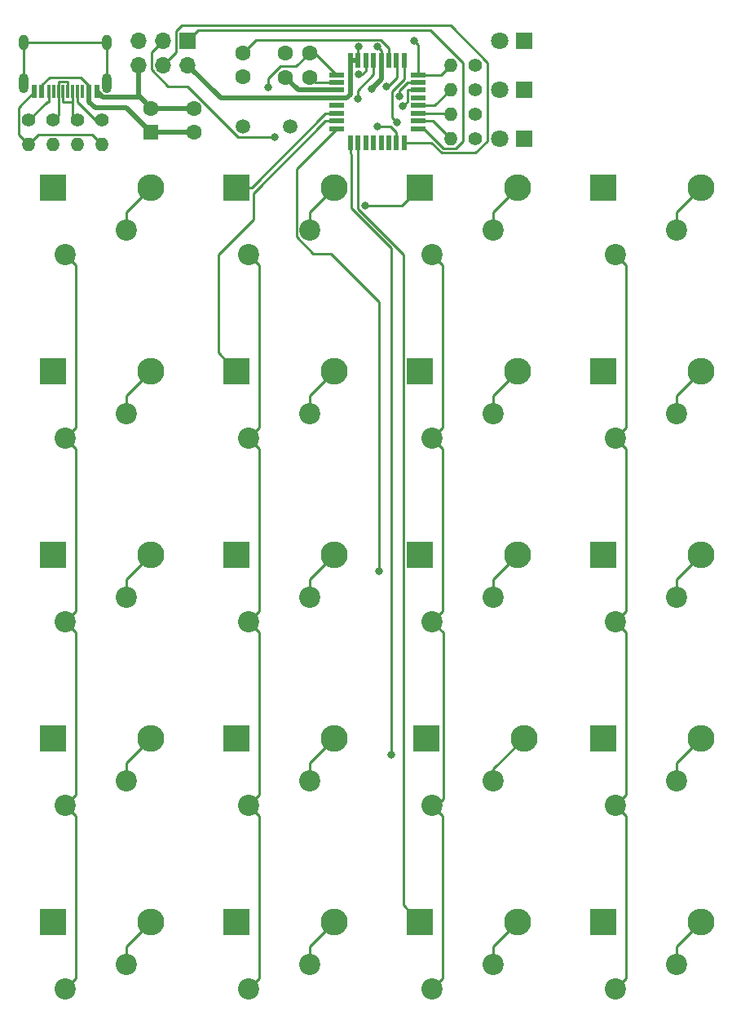
<source format=gtl>
G04 #@! TF.GenerationSoftware,KiCad,Pcbnew,(5.1.10)-1*
G04 #@! TF.CreationDate,2021-12-06T16:20:35+09:00*
G04 #@! TF.ProjectId,20keypad,32306b65-7970-4616-942e-6b696361645f,rev?*
G04 #@! TF.SameCoordinates,Original*
G04 #@! TF.FileFunction,Copper,L1,Top*
G04 #@! TF.FilePolarity,Positive*
%FSLAX46Y46*%
G04 Gerber Fmt 4.6, Leading zero omitted, Abs format (unit mm)*
G04 Created by KiCad (PCBNEW (5.1.10)-1) date 2021-12-06 16:20:35*
%MOMM*%
%LPD*%
G01*
G04 APERTURE LIST*
G04 #@! TA.AperFunction,ComponentPad*
%ADD10C,1.800000*%
G04 #@! TD*
G04 #@! TA.AperFunction,ComponentPad*
%ADD11R,1.800000X1.800000*%
G04 #@! TD*
G04 #@! TA.AperFunction,ComponentPad*
%ADD12O,1.400000X1.400000*%
G04 #@! TD*
G04 #@! TA.AperFunction,ComponentPad*
%ADD13C,1.400000*%
G04 #@! TD*
G04 #@! TA.AperFunction,ComponentPad*
%ADD14C,2.200000*%
G04 #@! TD*
G04 #@! TA.AperFunction,ComponentPad*
%ADD15O,2.800000X2.800000*%
G04 #@! TD*
G04 #@! TA.AperFunction,ComponentPad*
%ADD16R,2.800000X2.800000*%
G04 #@! TD*
G04 #@! TA.AperFunction,ComponentPad*
%ADD17C,1.600000*%
G04 #@! TD*
G04 #@! TA.AperFunction,ComponentPad*
%ADD18R,1.600000X1.600000*%
G04 #@! TD*
G04 #@! TA.AperFunction,SMDPad,CuDef*
%ADD19R,0.600000X1.450000*%
G04 #@! TD*
G04 #@! TA.AperFunction,SMDPad,CuDef*
%ADD20R,0.300000X1.450000*%
G04 #@! TD*
G04 #@! TA.AperFunction,ComponentPad*
%ADD21O,1.000000X2.100000*%
G04 #@! TD*
G04 #@! TA.AperFunction,ComponentPad*
%ADD22O,1.000000X1.600000*%
G04 #@! TD*
G04 #@! TA.AperFunction,ComponentPad*
%ADD23C,1.500000*%
G04 #@! TD*
G04 #@! TA.AperFunction,SMDPad,CuDef*
%ADD24R,0.550000X1.600000*%
G04 #@! TD*
G04 #@! TA.AperFunction,SMDPad,CuDef*
%ADD25R,1.600000X0.550000*%
G04 #@! TD*
G04 #@! TA.AperFunction,ComponentPad*
%ADD26O,1.700000X1.700000*%
G04 #@! TD*
G04 #@! TA.AperFunction,ComponentPad*
%ADD27R,1.700000X1.700000*%
G04 #@! TD*
G04 #@! TA.AperFunction,ViaPad*
%ADD28C,0.800000*%
G04 #@! TD*
G04 #@! TA.AperFunction,Conductor*
%ADD29C,0.500000*%
G04 #@! TD*
G04 #@! TA.AperFunction,Conductor*
%ADD30C,0.250000*%
G04 #@! TD*
G04 APERTURE END LIST*
D10*
X76200000Y-35560000D03*
D11*
X78740000Y-35560000D03*
D10*
X76200000Y-40640000D03*
D11*
X78740000Y-40640000D03*
D10*
X76200000Y-45720000D03*
D11*
X78740000Y-45720000D03*
D12*
X71120000Y-40640000D03*
D13*
X73660000Y-40640000D03*
D12*
X71120000Y-43180000D03*
D13*
X73660000Y-43180000D03*
D12*
X71120000Y-45720000D03*
D13*
X73660000Y-45720000D03*
D14*
X31115000Y-133985000D03*
X37465000Y-131445000D03*
X50165000Y-133985000D03*
X56515000Y-131445000D03*
X69215000Y-133985000D03*
X75565000Y-131445000D03*
X88265000Y-133985000D03*
X94615000Y-131445000D03*
X31115000Y-114935000D03*
X37465000Y-112395000D03*
X50165000Y-114935000D03*
X56515000Y-112395000D03*
X69215000Y-114935000D03*
X75565000Y-112395000D03*
X88265000Y-114935000D03*
X94615000Y-112395000D03*
X31115000Y-95885000D03*
X37465000Y-93345000D03*
X50165000Y-95885000D03*
X56515000Y-93345000D03*
X69215000Y-95885000D03*
X75565000Y-93345000D03*
X88265000Y-95885000D03*
X94615000Y-93345000D03*
X31115000Y-76835000D03*
X37465000Y-74295000D03*
X50165000Y-76835000D03*
X56515000Y-74295000D03*
X69215000Y-76835000D03*
X75565000Y-74295000D03*
X88265000Y-76835000D03*
X94615000Y-74295000D03*
X31115000Y-57785000D03*
X37465000Y-55245000D03*
X50165000Y-57785000D03*
X56515000Y-55245000D03*
X69215000Y-57785000D03*
X75565000Y-55245000D03*
X88265000Y-57785000D03*
X94615000Y-55245000D03*
D15*
X40005000Y-127000000D03*
D16*
X29845000Y-127000000D03*
D15*
X59055000Y-127000000D03*
D16*
X48895000Y-127000000D03*
D15*
X78105000Y-127000000D03*
D16*
X67945000Y-127000000D03*
D15*
X97155000Y-127000000D03*
D16*
X86995000Y-127000000D03*
D15*
X40005000Y-107950000D03*
D16*
X29845000Y-107950000D03*
D15*
X59055000Y-107950000D03*
D16*
X48895000Y-107950000D03*
D15*
X78740000Y-107950000D03*
D16*
X68580000Y-107950000D03*
D15*
X97155000Y-107950000D03*
D16*
X86995000Y-107950000D03*
D15*
X40005000Y-88900000D03*
D16*
X29845000Y-88900000D03*
D15*
X59055000Y-88900000D03*
D16*
X48895000Y-88900000D03*
D15*
X78105000Y-88900000D03*
D16*
X67945000Y-88900000D03*
D15*
X97155000Y-88900000D03*
D16*
X86995000Y-88900000D03*
D15*
X40005000Y-69850000D03*
D16*
X29845000Y-69850000D03*
D15*
X59055000Y-69850000D03*
D16*
X48895000Y-69850000D03*
D15*
X78105000Y-69850000D03*
D16*
X67945000Y-69850000D03*
D15*
X97155000Y-69850000D03*
D16*
X86995000Y-69850000D03*
D15*
X40005000Y-50800000D03*
D16*
X29845000Y-50800000D03*
D15*
X59055000Y-50800000D03*
D16*
X48895000Y-50800000D03*
D15*
X78105000Y-50800000D03*
D16*
X67945000Y-50800000D03*
D15*
X97155000Y-50800000D03*
D16*
X86995000Y-50800000D03*
D17*
X44450000Y-42585000D03*
X44450000Y-45085000D03*
X40005000Y-42585000D03*
D18*
X40005000Y-45085000D03*
D19*
X27865000Y-40875000D03*
X28665000Y-40875000D03*
X33565000Y-40875000D03*
X34365000Y-40875000D03*
X34365000Y-40875000D03*
X33565000Y-40875000D03*
X28665000Y-40875000D03*
X27865000Y-40875000D03*
D20*
X32865000Y-40875000D03*
X32365000Y-40875000D03*
X31865000Y-40875000D03*
X30865000Y-40875000D03*
X30365000Y-40875000D03*
X29865000Y-40875000D03*
X29365000Y-40875000D03*
X31365000Y-40875000D03*
D21*
X26795000Y-39960000D03*
X35435000Y-39960000D03*
D22*
X35435000Y-35780000D03*
X26795000Y-35780000D03*
D23*
X54410000Y-44450000D03*
X49530000Y-44450000D03*
D24*
X60700000Y-37660000D03*
X61500000Y-37660000D03*
X62300000Y-37660000D03*
X63100000Y-37660000D03*
X63900000Y-37660000D03*
X64700000Y-37660000D03*
X65500000Y-37660000D03*
X66300000Y-37660000D03*
D25*
X67750000Y-39110000D03*
X67750000Y-39910000D03*
X67750000Y-40710000D03*
X67750000Y-41510000D03*
X67750000Y-42310000D03*
X67750000Y-43110000D03*
X67750000Y-43910000D03*
X67750000Y-44710000D03*
D24*
X66300000Y-46160000D03*
X65500000Y-46160000D03*
X64700000Y-46160000D03*
X63900000Y-46160000D03*
X63100000Y-46160000D03*
X62300000Y-46160000D03*
X61500000Y-46160000D03*
X60700000Y-46160000D03*
D25*
X59250000Y-44710000D03*
X59250000Y-43910000D03*
X59250000Y-43110000D03*
X59250000Y-42310000D03*
X59250000Y-41510000D03*
X59250000Y-40710000D03*
X59250000Y-39910000D03*
X59250000Y-39110000D03*
D12*
X71120000Y-38100000D03*
D13*
X73660000Y-38100000D03*
D12*
X29845000Y-46355000D03*
D13*
X29845000Y-43815000D03*
D12*
X32385000Y-46355000D03*
D13*
X32385000Y-43815000D03*
D12*
X34925000Y-46355000D03*
D13*
X34925000Y-43815000D03*
D12*
X27305000Y-46355000D03*
D13*
X27305000Y-43815000D03*
D26*
X38735000Y-38100000D03*
X38735000Y-35560000D03*
X41275000Y-38100000D03*
X41275000Y-35560000D03*
X43815000Y-38100000D03*
D27*
X43815000Y-35560000D03*
D17*
X49530000Y-39330000D03*
X49530000Y-36830000D03*
X53975000Y-39370000D03*
X56475000Y-39370000D03*
X53975000Y-36830000D03*
X56475000Y-36830000D03*
D28*
X62885000Y-40620000D03*
X63500000Y-36195000D03*
X52169200Y-40420000D03*
X61595000Y-36195000D03*
X67310000Y-35560000D03*
X52871400Y-45553600D03*
X63500000Y-44450000D03*
X61562800Y-39083200D03*
X61458300Y-41610300D03*
X64436800Y-40364300D03*
X65548400Y-44075500D03*
X65767600Y-41377900D03*
X66166000Y-42378700D03*
X64949999Y-109675001D03*
X63679700Y-90625300D03*
X62230000Y-52705000D03*
D29*
X39265000Y-41845000D02*
X40005000Y-42585000D01*
X38880000Y-41460000D02*
X39265000Y-41845000D01*
X39265000Y-41845000D02*
X40005000Y-42585000D01*
X38880000Y-41460000D02*
X39265000Y-41845000D01*
X34365000Y-40875000D02*
X34950000Y-41460000D01*
X34950000Y-41460000D02*
X38880000Y-41460000D01*
D30*
X26247000Y-44271700D02*
X26247000Y-44027000D01*
X27865000Y-40875000D02*
X26247000Y-42493000D01*
X26247000Y-42493000D02*
X26247000Y-44027000D01*
X26247000Y-44027000D02*
X26247000Y-44271700D01*
X27305000Y-46355000D02*
X26247000Y-45297000D01*
X26247000Y-45297000D02*
X26247000Y-44271700D01*
X27305000Y-46355000D02*
X28330300Y-45329700D01*
X28330300Y-45329700D02*
X33899700Y-45329700D01*
X33899700Y-45329700D02*
X34925000Y-46355000D01*
D29*
X38735000Y-38100000D02*
X38735000Y-41315000D01*
X38735000Y-41315000D02*
X38880000Y-41460000D01*
X40005000Y-42585000D02*
X39265000Y-41845000D01*
X62885000Y-40620000D02*
X63900000Y-39605000D01*
X63900000Y-39605000D02*
X63900000Y-37660000D01*
X40005000Y-42585000D02*
X44450000Y-42585000D01*
X59250000Y-40710000D02*
X55315000Y-40710000D01*
X55315000Y-40710000D02*
X53975000Y-39370000D01*
D30*
X63900000Y-37660000D02*
X63900000Y-36595000D01*
X63900000Y-36595000D02*
X63500000Y-36195000D01*
X56475000Y-36830000D02*
X55060000Y-38245000D01*
X55060000Y-38245000D02*
X53435000Y-38245000D01*
X53435000Y-38245000D02*
X52169200Y-39510800D01*
X52169200Y-39510800D02*
X52169200Y-40420000D01*
X59250000Y-39110000D02*
X56970000Y-36830000D01*
X56970000Y-36830000D02*
X56475000Y-36830000D01*
X52169300Y-40420000D02*
X52169200Y-40420000D01*
X56475000Y-39370000D02*
X56515000Y-39370000D01*
X56515000Y-39370000D02*
X57055000Y-39910000D01*
X57055000Y-39910000D02*
X59250000Y-39910000D01*
X63848001Y-35469999D02*
X64700000Y-36321998D01*
X50890001Y-35469999D02*
X63848001Y-35469999D01*
X64700000Y-36321998D02*
X64700000Y-37660000D01*
X49530000Y-36830000D02*
X50890001Y-35469999D01*
D29*
X40005000Y-45085000D02*
X37465000Y-42545000D01*
X37465000Y-42545000D02*
X34200000Y-42545000D01*
X34200000Y-42545000D02*
X33565000Y-41910000D01*
X33565000Y-41910000D02*
X33565000Y-40875000D01*
X40005000Y-45085000D02*
X44450000Y-45085000D01*
X60700000Y-37660000D02*
X61500000Y-37660000D01*
X43815000Y-38100000D02*
X47225000Y-41510000D01*
X47225000Y-41510000D02*
X59250000Y-41510000D01*
X59250000Y-41510000D02*
X60335000Y-41510000D01*
X60335000Y-41510000D02*
X60700000Y-41145000D01*
X60700000Y-41145000D02*
X60700000Y-37660000D01*
D30*
X33565000Y-40875000D02*
X33565000Y-40207400D01*
X33565000Y-40207400D02*
X32725500Y-39367900D01*
X32725500Y-39367900D02*
X29494900Y-39367900D01*
X29494900Y-39367900D02*
X28665000Y-40197800D01*
X28665000Y-40197800D02*
X28665000Y-40875000D01*
X61500000Y-36290000D02*
X61595000Y-36195000D01*
X61500000Y-37660000D02*
X61500000Y-36290000D01*
X32365000Y-40875000D02*
X32365000Y-41925300D01*
X32365000Y-41925300D02*
X34254700Y-43815000D01*
X34254700Y-43815000D02*
X34925000Y-43815000D01*
X31865000Y-41925300D02*
X31865000Y-43295000D01*
X31865000Y-43295000D02*
X32385000Y-43815000D01*
X30865000Y-40875000D02*
X30865000Y-41925300D01*
X30865000Y-41925300D02*
X31865000Y-41925300D01*
X31865000Y-41925300D02*
X31865000Y-40875000D01*
X29845000Y-43815000D02*
X30365000Y-43295000D01*
X30365000Y-43295000D02*
X30365000Y-40875000D01*
X30365000Y-40875000D02*
X30365000Y-39824700D01*
X30365000Y-39824700D02*
X31365000Y-39824700D01*
X31365000Y-39824700D02*
X31365000Y-40875000D01*
X27305000Y-43815000D02*
X29194700Y-41925300D01*
X29194700Y-41925300D02*
X29365000Y-41925300D01*
X29365000Y-41925300D02*
X29365000Y-40875000D01*
X35435000Y-35780000D02*
X35435000Y-39960000D01*
X35435000Y-35780000D02*
X26795000Y-35780000D01*
X26795000Y-35780000D02*
X26795000Y-39960000D01*
X70110000Y-39110000D02*
X71120000Y-38100000D01*
X67750000Y-39110000D02*
X70110000Y-39110000D01*
X67750000Y-36000000D02*
X67310000Y-35560000D01*
X67750000Y-39110000D02*
X67750000Y-36000000D01*
X42639600Y-36735400D02*
X41275000Y-38100000D01*
X42639600Y-34561300D02*
X42639600Y-36735400D01*
X43177600Y-34023300D02*
X42639600Y-34561300D01*
X74930000Y-37852998D02*
X71100302Y-34023300D01*
X74930000Y-45967002D02*
X74930000Y-37852998D01*
X73701991Y-47195011D02*
X74930000Y-45967002D01*
X71100302Y-34023300D02*
X43177600Y-34023300D01*
X70168601Y-47195011D02*
X73701991Y-47195011D01*
X69133590Y-46160000D02*
X70168601Y-47195011D01*
X66300000Y-46160000D02*
X69133590Y-46160000D01*
X65500000Y-46160000D02*
X65500000Y-45110000D01*
X65500000Y-45110000D02*
X64840000Y-44450000D01*
X64840000Y-44450000D02*
X63500000Y-44450000D01*
X41275000Y-35560000D02*
X40083900Y-36751100D01*
X40083900Y-36751100D02*
X40083900Y-38586500D01*
X40083900Y-38586500D02*
X41793200Y-40295800D01*
X43784798Y-40295800D02*
X41793200Y-40295800D01*
X49042598Y-45553600D02*
X43784798Y-40295800D01*
X52871400Y-45553600D02*
X49042598Y-45553600D01*
X44865000Y-34510000D02*
X43815000Y-35560000D01*
X72390000Y-37852998D02*
X69047002Y-34510000D01*
X69047002Y-34510000D02*
X44865000Y-34510000D01*
X72390000Y-45967002D02*
X72390000Y-37852998D01*
X70355001Y-46745001D02*
X71612001Y-46745001D01*
X71612001Y-46745001D02*
X72390000Y-45967002D01*
X68320000Y-44710000D02*
X70355001Y-46745001D01*
X67750000Y-44710000D02*
X68320000Y-44710000D01*
X62300000Y-37660000D02*
X62300000Y-38710000D01*
X62300000Y-38710000D02*
X61926800Y-39083200D01*
X61926800Y-39083200D02*
X61562800Y-39083200D01*
X61458300Y-41610300D02*
X61458300Y-40721700D01*
X61458300Y-40721700D02*
X63100000Y-39080000D01*
X63100000Y-39080000D02*
X63100000Y-37660000D01*
X65500000Y-37660000D02*
X65574500Y-37734500D01*
X65574500Y-37734500D02*
X65574500Y-39419500D01*
X65574500Y-39419500D02*
X64629700Y-40364300D01*
X64629700Y-40364300D02*
X64436800Y-40364300D01*
X89364999Y-75735001D02*
X88265000Y-76835000D01*
X89364999Y-58884999D02*
X89364999Y-75735001D01*
X88265000Y-57785000D02*
X89364999Y-58884999D01*
X89364999Y-94785001D02*
X88265000Y-95885000D01*
X89364999Y-77934999D02*
X89364999Y-94785001D01*
X88265000Y-76835000D02*
X89364999Y-77934999D01*
X89364999Y-113835001D02*
X88265000Y-114935000D01*
X89364999Y-96984999D02*
X89364999Y-113835001D01*
X88265000Y-95885000D02*
X89364999Y-96984999D01*
X89364999Y-132885001D02*
X88265000Y-133985000D01*
X89364999Y-116034999D02*
X89364999Y-132885001D01*
X88265000Y-114935000D02*
X89364999Y-116034999D01*
X66300000Y-37660000D02*
X66300000Y-39532500D01*
X66300000Y-39532500D02*
X65031200Y-40801300D01*
X65031200Y-40801300D02*
X65031200Y-43558300D01*
X65031200Y-43558300D02*
X65548400Y-44075500D01*
X69671900Y-133528100D02*
X69215000Y-133985000D01*
X69215000Y-95885000D02*
X70328900Y-96998900D01*
X70328900Y-96998900D02*
X70328900Y-114278000D01*
X70328900Y-114278000D02*
X69671900Y-114935000D01*
X69671900Y-114935000D02*
X69215000Y-114935000D01*
X70314999Y-77934999D02*
X69215000Y-76835000D01*
X70314999Y-94785001D02*
X70314999Y-77934999D01*
X69215000Y-95885000D02*
X70314999Y-94785001D01*
X70314999Y-58884999D02*
X69215000Y-57785000D01*
X70314999Y-75735001D02*
X70314999Y-58884999D01*
X69215000Y-76835000D02*
X70314999Y-75735001D01*
X70314999Y-132885001D02*
X69215000Y-133985000D01*
X70314999Y-116034999D02*
X70314999Y-132885001D01*
X69215000Y-114935000D02*
X70314999Y-116034999D01*
X65767600Y-41377900D02*
X65767600Y-40767100D01*
X65767600Y-40767100D02*
X66624700Y-39910000D01*
X67750000Y-39910000D02*
X66624700Y-39910000D01*
X51264999Y-96984999D02*
X50165000Y-95885000D01*
X51264999Y-113835001D02*
X51264999Y-96984999D01*
X50165000Y-114935000D02*
X51264999Y-113835001D01*
X51264999Y-77934999D02*
X50165000Y-76835000D01*
X51264999Y-94785001D02*
X51264999Y-77934999D01*
X50165000Y-95885000D02*
X51264999Y-94785001D01*
X51264999Y-58884999D02*
X50165000Y-57785000D01*
X51264999Y-75735001D02*
X51264999Y-58884999D01*
X50165000Y-76835000D02*
X51264999Y-75735001D01*
X51264999Y-116034999D02*
X50165000Y-114935000D01*
X51264999Y-132885001D02*
X51264999Y-116034999D01*
X50165000Y-133985000D02*
X51264999Y-132885001D01*
X67750000Y-40710000D02*
X66624700Y-40710000D01*
X66166000Y-42378700D02*
X66624700Y-41920000D01*
X66624700Y-41920000D02*
X66624700Y-40710000D01*
X32214999Y-75735001D02*
X31115000Y-76835000D01*
X32214999Y-58884999D02*
X32214999Y-75735001D01*
X31115000Y-57785000D02*
X32214999Y-58884999D01*
X32214999Y-94785001D02*
X31115000Y-95885000D01*
X32214999Y-77934999D02*
X32214999Y-94785001D01*
X31115000Y-76835000D02*
X32214999Y-77934999D01*
X32214999Y-113835001D02*
X31115000Y-114935000D01*
X32214999Y-96984999D02*
X32214999Y-113835001D01*
X31115000Y-95885000D02*
X32214999Y-96984999D01*
X32214999Y-132885001D02*
X31115000Y-133985000D01*
X32214999Y-116034999D02*
X32214999Y-132885001D01*
X31115000Y-114935000D02*
X32214999Y-116034999D01*
X61500000Y-53048002D02*
X61500000Y-46160000D01*
X66219999Y-57768001D02*
X61500000Y-53048002D01*
X66219999Y-125274999D02*
X66219999Y-57768001D01*
X67945000Y-127000000D02*
X66219999Y-125274999D01*
X60780400Y-47365700D02*
X60700000Y-47285300D01*
X60780400Y-52964812D02*
X60780400Y-47365700D01*
X60700000Y-47285300D02*
X60700000Y-46160000D01*
X64949999Y-57134411D02*
X64232794Y-56417206D01*
X64949999Y-109675001D02*
X64949999Y-57134411D01*
X64232794Y-56417206D02*
X60780400Y-52964812D01*
X64687001Y-56871413D02*
X64232794Y-56417206D01*
X55089999Y-48870001D02*
X55089999Y-55929001D01*
X59250000Y-44710000D02*
X55089999Y-48870001D01*
X55089999Y-55929001D02*
X55089999Y-54560999D01*
X63679700Y-62685300D02*
X63679700Y-90625300D01*
X58676899Y-57682499D02*
X63679700Y-62685300D01*
X56843497Y-57682499D02*
X58676899Y-57682499D01*
X55089999Y-55929001D02*
X56843497Y-57682499D01*
X50620001Y-54118599D02*
X50620001Y-51414699D01*
X46990000Y-57748600D02*
X50620001Y-54118599D01*
X58124700Y-43910000D02*
X59250000Y-43910000D01*
X50620001Y-51414699D02*
X58124700Y-43910000D01*
X46990000Y-67945000D02*
X46990000Y-57748600D01*
X48895000Y-69850000D02*
X46990000Y-67945000D01*
X58124700Y-43110000D02*
X59250000Y-43110000D01*
X50434700Y-50800000D02*
X58124700Y-43110000D01*
X48895000Y-50800000D02*
X50434700Y-50800000D01*
X66040000Y-52705000D02*
X67945000Y-50800000D01*
X62230000Y-52705000D02*
X66040000Y-52705000D01*
X94615000Y-53340000D02*
X97155000Y-50800000D01*
X94615000Y-55245000D02*
X94615000Y-53340000D01*
X75565000Y-53340000D02*
X78105000Y-50800000D01*
X75565000Y-55245000D02*
X75565000Y-53340000D01*
X56515000Y-53340000D02*
X59055000Y-50800000D01*
X56515000Y-55245000D02*
X56515000Y-53340000D01*
X37465000Y-53340000D02*
X40005000Y-50800000D01*
X37465000Y-55245000D02*
X37465000Y-53340000D01*
X94615000Y-72390000D02*
X97155000Y-69850000D01*
X94615000Y-74295000D02*
X94615000Y-72390000D01*
X75565000Y-72390000D02*
X78105000Y-69850000D01*
X75565000Y-74295000D02*
X75565000Y-72390000D01*
X56515000Y-72390000D02*
X59055000Y-69850000D01*
X56515000Y-74295000D02*
X56515000Y-72390000D01*
X37465000Y-72390000D02*
X40005000Y-69850000D01*
X37465000Y-74295000D02*
X37465000Y-72390000D01*
X94615000Y-91440000D02*
X97155000Y-88900000D01*
X94615000Y-93345000D02*
X94615000Y-91440000D01*
X75565000Y-91440000D02*
X78105000Y-88900000D01*
X75565000Y-93345000D02*
X75565000Y-91440000D01*
X56515000Y-91440000D02*
X59055000Y-88900000D01*
X56515000Y-93345000D02*
X56515000Y-91440000D01*
X37465000Y-91440000D02*
X40005000Y-88900000D01*
X37465000Y-93345000D02*
X37465000Y-91440000D01*
X94615000Y-110490000D02*
X97155000Y-107950000D01*
X94615000Y-112395000D02*
X94615000Y-110490000D01*
X75565000Y-111125000D02*
X75565000Y-112395000D01*
X78740000Y-107950000D02*
X75565000Y-111125000D01*
X56515000Y-110490000D02*
X59055000Y-107950000D01*
X56515000Y-112395000D02*
X56515000Y-110490000D01*
X37465000Y-110490000D02*
X40005000Y-107950000D01*
X37465000Y-112395000D02*
X37465000Y-110490000D01*
X94615000Y-129540000D02*
X97155000Y-127000000D01*
X94615000Y-131445000D02*
X94615000Y-129540000D01*
X75565000Y-129540000D02*
X78105000Y-127000000D01*
X75565000Y-131445000D02*
X75565000Y-129540000D01*
X56515000Y-129540000D02*
X59055000Y-127000000D01*
X56515000Y-131445000D02*
X56515000Y-129540000D01*
X37465000Y-129540000D02*
X40005000Y-127000000D01*
X37465000Y-131445000D02*
X37465000Y-129540000D01*
X69310000Y-43910000D02*
X67750000Y-43910000D01*
X71120000Y-45720000D02*
X69310000Y-43910000D01*
X71050000Y-43110000D02*
X71120000Y-43180000D01*
X67750000Y-43110000D02*
X71050000Y-43110000D01*
X69450000Y-42310000D02*
X71120000Y-40640000D01*
X67750000Y-42310000D02*
X69450000Y-42310000D01*
M02*

</source>
